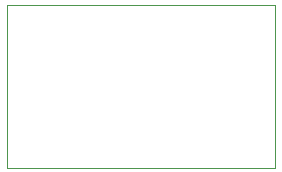
<source format=gbr>
%TF.GenerationSoftware,KiCad,Pcbnew,(5.1.6)-1*%
%TF.CreationDate,2020-09-29T18:05:28+08:00*%
%TF.ProjectId,stlink,73746c69-6e6b-42e6-9b69-6361645f7063,rev?*%
%TF.SameCoordinates,Original*%
%TF.FileFunction,Profile,NP*%
%FSLAX46Y46*%
G04 Gerber Fmt 4.6, Leading zero omitted, Abs format (unit mm)*
G04 Created by KiCad (PCBNEW (5.1.6)-1) date 2020-09-29 18:05:28*
%MOMM*%
%LPD*%
G01*
G04 APERTURE LIST*
%TA.AperFunction,Profile*%
%ADD10C,0.050000*%
%TD*%
G04 APERTURE END LIST*
D10*
X22700000Y0D02*
X22700000Y-13800000D01*
X0Y-13800000D02*
X22700000Y-13800000D01*
X0Y0D02*
X0Y-13800000D01*
X0Y0D02*
X22700000Y0D01*
M02*

</source>
